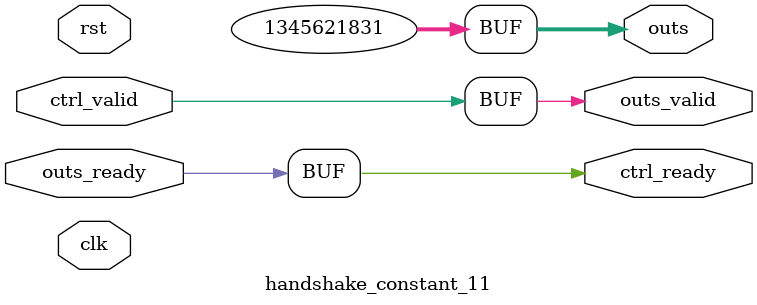
<source format=v>
`timescale 1ns / 1ps
module handshake_constant_11 #(
  parameter DATA_WIDTH = 32  // Default set to 32 bits
) (
  input                       clk,
  input                       rst,
  // Input Channel
  input                       ctrl_valid,
  output                      ctrl_ready,
  // Output Channel
  output [DATA_WIDTH - 1 : 0] outs,
  output                      outs_valid,
  input                       outs_ready
);
  assign outs       = 34'b0101010000001101001000111101000111;
  assign outs_valid = ctrl_valid;
  assign ctrl_ready = outs_ready;

endmodule

</source>
